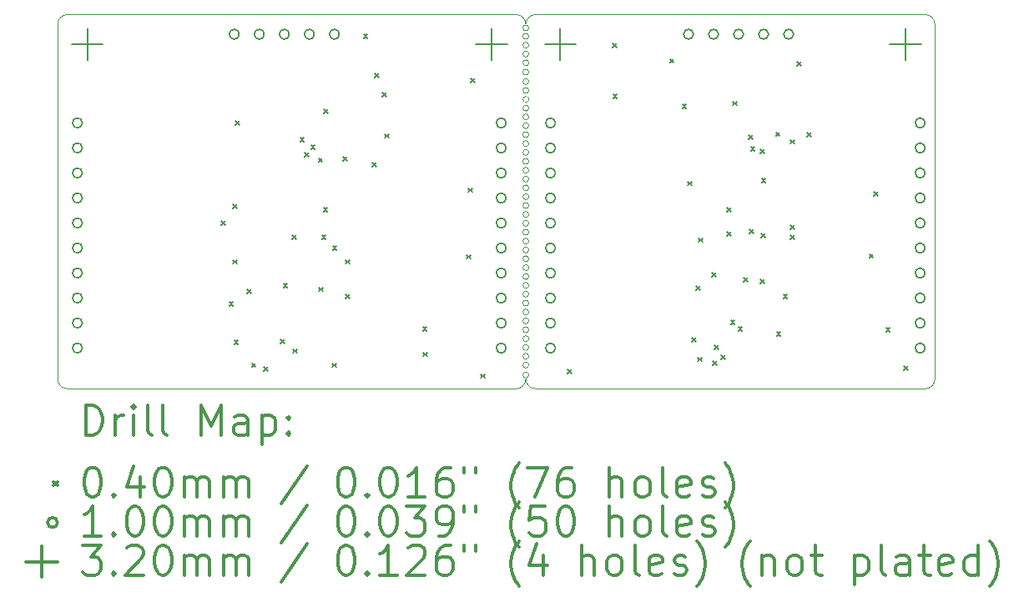
<source format=gbr>
%FSLAX45Y45*%
G04 Gerber Fmt 4.5, Leading zero omitted, Abs format (unit mm)*
G04 Created by KiCad (PCBNEW (5.1.2)-1) date 2025-05-14 22:28:00*
%MOMM*%
%LPD*%
G04 APERTURE LIST*
%ADD10C,0.050000*%
%ADD11C,0.200000*%
%ADD12C,0.300000*%
G04 APERTURE END LIST*
D10*
X14580000Y-12860000D02*
G75*
G03X14580000Y-12860000I-30000J0D01*
G01*
X14580000Y-12760000D02*
G75*
G03X14580000Y-12760000I-30000J0D01*
G01*
X14580000Y-12670000D02*
G75*
G03X14580000Y-12670000I-30000J0D01*
G01*
X14580000Y-12580000D02*
G75*
G03X14580000Y-12580000I-30000J0D01*
G01*
X14580000Y-12490000D02*
G75*
G03X14580000Y-12490000I-30000J0D01*
G01*
X14580000Y-12400000D02*
G75*
G03X14580000Y-12400000I-30000J0D01*
G01*
X14580000Y-12310000D02*
G75*
G03X14580000Y-12310000I-30000J0D01*
G01*
X14580000Y-12220000D02*
G75*
G03X14580000Y-12220000I-30000J0D01*
G01*
X14580000Y-12130000D02*
G75*
G03X14580000Y-12130000I-30000J0D01*
G01*
X14580000Y-12040000D02*
G75*
G03X14580000Y-12040000I-30000J0D01*
G01*
X14580000Y-11950000D02*
G75*
G03X14580000Y-11950000I-30000J0D01*
G01*
X14580000Y-11860000D02*
G75*
G03X14580000Y-11860000I-30000J0D01*
G01*
X14580000Y-11770000D02*
G75*
G03X14580000Y-11770000I-30000J0D01*
G01*
X14580000Y-11680000D02*
G75*
G03X14580000Y-11680000I-30000J0D01*
G01*
X14580000Y-11590000D02*
G75*
G03X14580000Y-11590000I-30000J0D01*
G01*
X14580000Y-11500000D02*
G75*
G03X14580000Y-11500000I-30000J0D01*
G01*
X14580000Y-11410000D02*
G75*
G03X14580000Y-11410000I-30000J0D01*
G01*
X14580000Y-11320000D02*
G75*
G03X14580000Y-11320000I-30000J0D01*
G01*
X14580000Y-11230000D02*
G75*
G03X14580000Y-11230000I-30000J0D01*
G01*
X14580000Y-11140000D02*
G75*
G03X14580000Y-11140000I-30000J0D01*
G01*
X14580000Y-11050000D02*
G75*
G03X14580000Y-11050000I-30000J0D01*
G01*
X14580000Y-10960000D02*
G75*
G03X14580000Y-10960000I-30000J0D01*
G01*
X14580000Y-10870000D02*
G75*
G03X14580000Y-10870000I-30000J0D01*
G01*
X14580000Y-10780000D02*
G75*
G03X14580000Y-10780000I-30000J0D01*
G01*
X14580000Y-10690000D02*
G75*
G03X14580000Y-10690000I-30000J0D01*
G01*
X14580000Y-10600000D02*
G75*
G03X14580000Y-10600000I-30000J0D01*
G01*
X14580000Y-10510000D02*
G75*
G03X14580000Y-10510000I-30000J0D01*
G01*
X14580000Y-10420000D02*
G75*
G03X14580000Y-10420000I-30000J0D01*
G01*
X14580000Y-10330000D02*
G75*
G03X14580000Y-10330000I-30000J0D01*
G01*
X14580000Y-10240000D02*
G75*
G03X14580000Y-10240000I-30000J0D01*
G01*
X14580000Y-10150000D02*
G75*
G03X14580000Y-10150000I-30000J0D01*
G01*
X14580000Y-10060000D02*
G75*
G03X14580000Y-10060000I-30000J0D01*
G01*
X14580000Y-9970000D02*
G75*
G03X14580000Y-9970000I-30000J0D01*
G01*
X14580000Y-9880000D02*
G75*
G03X14580000Y-9880000I-30000J0D01*
G01*
X14580000Y-9785000D02*
G75*
G03X14580000Y-9785000I-30000J0D01*
G01*
X14580000Y-9690000D02*
G75*
G03X14580000Y-9690000I-30000J0D01*
G01*
X14580000Y-9600000D02*
G75*
G03X14580000Y-9600000I-30000J0D01*
G01*
X14580000Y-9510000D02*
G75*
G03X14580000Y-9510000I-30000J0D01*
G01*
X14580000Y-9420000D02*
G75*
G03X14580000Y-9420000I-30000J0D01*
G01*
X14580000Y-9335000D02*
G75*
G03X14580000Y-9335000I-30000J0D01*
G01*
X14650000Y-9200000D02*
X18600000Y-9200000D01*
X14450000Y-9200000D02*
X9900000Y-9200000D01*
X14650000Y-13000000D02*
X18600000Y-13000000D01*
X9900000Y-13000000D02*
X14450000Y-13000000D01*
X18700000Y-12900000D02*
G75*
G02X18600000Y-13000000I-100000J0D01*
G01*
X14650000Y-13000000D02*
G75*
G02X14550000Y-12900000I0J100000D01*
G01*
X14550000Y-12900000D02*
G75*
G02X14450000Y-13000000I-100000J0D01*
G01*
X14450000Y-9200000D02*
G75*
G02X14550000Y-9300000I0J-100000D01*
G01*
X14550000Y-9300000D02*
G75*
G02X14650000Y-9200000I100000J0D01*
G01*
X18600000Y-9200000D02*
G75*
G02X18700000Y-9300000I0J-100000D01*
G01*
X9900000Y-13000000D02*
G75*
G02X9800000Y-12900000I0J100000D01*
G01*
X9800000Y-9300000D02*
G75*
G02X9900000Y-9200000I100000J0D01*
G01*
X9800000Y-12900000D02*
X9800000Y-9300000D01*
X18700000Y-9300000D02*
X18700000Y-12900000D01*
D11*
X11459999Y-11300000D02*
X11499999Y-11340000D01*
X11499999Y-11300000D02*
X11459999Y-11340000D01*
X11539999Y-12120000D02*
X11579999Y-12160000D01*
X11579999Y-12120000D02*
X11539999Y-12160000D01*
X11576900Y-11128140D02*
X11616900Y-11168140D01*
X11616900Y-11128140D02*
X11576900Y-11168140D01*
X11579999Y-11690000D02*
X11619999Y-11730000D01*
X11619999Y-11690000D02*
X11579999Y-11730000D01*
X11590000Y-12510000D02*
X11630000Y-12550000D01*
X11630000Y-12510000D02*
X11590000Y-12550000D01*
X11603760Y-10281680D02*
X11643760Y-10321680D01*
X11643760Y-10281680D02*
X11603760Y-10321680D01*
X11720000Y-11990000D02*
X11760000Y-12030000D01*
X11760000Y-11990000D02*
X11720000Y-12030000D01*
X11770000Y-12740000D02*
X11810000Y-12780000D01*
X11810000Y-12740000D02*
X11770000Y-12780000D01*
X11890000Y-12780000D02*
X11930000Y-12820000D01*
X11930000Y-12780000D02*
X11890000Y-12820000D01*
X12059999Y-12500000D02*
X12099999Y-12540000D01*
X12099999Y-12500000D02*
X12059999Y-12540000D01*
X12089999Y-11930000D02*
X12129999Y-11970000D01*
X12129999Y-11930000D02*
X12089999Y-11970000D01*
X12180000Y-11440000D02*
X12220000Y-11480000D01*
X12220000Y-11440000D02*
X12180000Y-11480000D01*
X12186640Y-12597370D02*
X12226640Y-12637370D01*
X12226640Y-12597370D02*
X12186640Y-12637370D01*
X12259690Y-10451990D02*
X12299690Y-10491990D01*
X12299690Y-10451990D02*
X12259690Y-10491990D01*
X12307330Y-10603760D02*
X12347330Y-10643760D01*
X12347330Y-10603760D02*
X12307330Y-10643760D01*
X12371200Y-10526150D02*
X12411200Y-10566150D01*
X12411200Y-10526150D02*
X12371200Y-10566150D01*
X12445420Y-10657100D02*
X12485420Y-10697100D01*
X12485420Y-10657100D02*
X12445420Y-10697100D01*
X12450000Y-11970000D02*
X12490000Y-12010000D01*
X12490000Y-11970000D02*
X12450000Y-12010000D01*
X12480001Y-11439999D02*
X12520001Y-11479999D01*
X12520001Y-11439999D02*
X12480001Y-11479999D01*
X12496460Y-11161290D02*
X12536460Y-11201290D01*
X12536460Y-11161290D02*
X12496460Y-11201290D01*
X12500110Y-10160260D02*
X12540110Y-10200260D01*
X12540110Y-10160260D02*
X12500110Y-10200260D01*
X12583250Y-12740000D02*
X12623250Y-12780000D01*
X12623250Y-12740000D02*
X12583250Y-12780000D01*
X12589700Y-11551430D02*
X12629700Y-11591430D01*
X12629700Y-11551430D02*
X12589700Y-11591430D01*
X12693660Y-10646160D02*
X12733660Y-10686160D01*
X12733660Y-10646160D02*
X12693660Y-10686160D01*
X12719999Y-12040000D02*
X12759999Y-12080000D01*
X12759999Y-12040000D02*
X12719999Y-12080000D01*
X12723760Y-11691680D02*
X12763760Y-11731680D01*
X12763760Y-11691680D02*
X12723760Y-11731680D01*
X12903760Y-9401680D02*
X12943760Y-9441680D01*
X12943760Y-9401680D02*
X12903760Y-9441680D01*
X12993760Y-10701680D02*
X13033760Y-10741680D01*
X13033760Y-10701680D02*
X12993760Y-10741680D01*
X13019999Y-9800000D02*
X13059999Y-9840000D01*
X13059999Y-9800000D02*
X13019999Y-9840000D01*
X13096760Y-9992450D02*
X13136760Y-10032450D01*
X13136760Y-9992450D02*
X13096760Y-10032450D01*
X13118250Y-10413000D02*
X13158250Y-10453000D01*
X13158250Y-10413000D02*
X13118250Y-10453000D01*
X13503760Y-12371680D02*
X13543760Y-12411680D01*
X13543760Y-12371680D02*
X13503760Y-12411680D01*
X13510000Y-12630000D02*
X13550000Y-12670000D01*
X13550000Y-12630000D02*
X13510000Y-12670000D01*
X13950000Y-11640000D02*
X13990000Y-11680000D01*
X13990000Y-11640000D02*
X13950000Y-11680000D01*
X13963760Y-10961680D02*
X14003760Y-11001680D01*
X14003760Y-10961680D02*
X13963760Y-11001680D01*
X13993760Y-9851680D02*
X14033760Y-9891680D01*
X14033760Y-9851680D02*
X13993760Y-9891680D01*
X14093760Y-12851680D02*
X14133760Y-12891680D01*
X14133760Y-12851680D02*
X14093760Y-12891680D01*
X14973760Y-12801680D02*
X15013760Y-12841680D01*
X15013760Y-12801680D02*
X14973760Y-12841680D01*
X15433760Y-9491680D02*
X15473760Y-9531680D01*
X15473760Y-9491680D02*
X15433760Y-9531680D01*
X15434980Y-10007490D02*
X15474980Y-10047490D01*
X15474980Y-10007490D02*
X15434980Y-10047490D01*
X16009999Y-9650000D02*
X16049999Y-9690000D01*
X16049999Y-9650000D02*
X16009999Y-9690000D01*
X16137550Y-10109880D02*
X16177550Y-10149880D01*
X16177550Y-10109880D02*
X16137550Y-10149880D01*
X16191000Y-10896000D02*
X16231000Y-10936000D01*
X16231000Y-10896000D02*
X16191000Y-10936000D01*
X16233200Y-12479850D02*
X16273200Y-12519850D01*
X16273200Y-12479850D02*
X16233200Y-12519850D01*
X16277414Y-11955384D02*
X16317414Y-11995384D01*
X16317414Y-11955384D02*
X16277414Y-11995384D01*
X16293760Y-12681680D02*
X16333760Y-12721680D01*
X16333760Y-12681680D02*
X16293760Y-12721680D01*
X16299999Y-11470000D02*
X16339999Y-11510000D01*
X16339999Y-11470000D02*
X16299999Y-11510000D01*
X16440000Y-11820002D02*
X16480000Y-11860002D01*
X16480000Y-11820002D02*
X16440000Y-11860002D01*
X16443760Y-12721679D02*
X16483760Y-12761679D01*
X16483760Y-12721679D02*
X16443760Y-12761679D01*
X16460920Y-12561200D02*
X16500920Y-12601200D01*
X16500920Y-12561200D02*
X16460920Y-12601200D01*
X16529999Y-12660000D02*
X16569999Y-12700000D01*
X16569999Y-12660000D02*
X16529999Y-12700000D01*
X16589999Y-11160000D02*
X16629999Y-11200000D01*
X16629999Y-11160000D02*
X16589999Y-11200000D01*
X16590000Y-11410000D02*
X16630000Y-11450000D01*
X16630000Y-11410000D02*
X16590000Y-11450000D01*
X16629530Y-12305640D02*
X16669530Y-12345640D01*
X16669530Y-12305640D02*
X16629530Y-12345640D01*
X16652740Y-10080890D02*
X16692740Y-10120890D01*
X16692740Y-10080890D02*
X16652740Y-10120890D01*
X16705960Y-12373020D02*
X16745960Y-12413020D01*
X16745960Y-12373020D02*
X16705960Y-12413020D01*
X16757260Y-11874490D02*
X16797260Y-11914490D01*
X16797260Y-11874490D02*
X16757260Y-11914490D01*
X16809270Y-10423640D02*
X16849270Y-10463640D01*
X16849270Y-10423640D02*
X16809270Y-10463640D01*
X16819999Y-11380000D02*
X16859999Y-11420000D01*
X16859999Y-11380000D02*
X16819999Y-11420000D01*
X16832501Y-10543323D02*
X16872501Y-10583323D01*
X16872501Y-10543323D02*
X16832501Y-10583323D01*
X16929998Y-11890000D02*
X16969998Y-11930000D01*
X16969998Y-11890000D02*
X16929998Y-11930000D01*
X16931447Y-10569887D02*
X16971447Y-10609887D01*
X16971447Y-10569887D02*
X16931447Y-10609887D01*
X16935000Y-11426890D02*
X16975000Y-11466890D01*
X16975000Y-11426890D02*
X16935000Y-11466890D01*
X16941870Y-10862930D02*
X16981870Y-10902930D01*
X16981870Y-10862930D02*
X16941870Y-10902930D01*
X17086726Y-10394194D02*
X17126726Y-10434194D01*
X17126726Y-10394194D02*
X17086726Y-10434194D01*
X17093760Y-12421680D02*
X17133760Y-12461680D01*
X17133760Y-12421680D02*
X17093760Y-12461680D01*
X17162250Y-12039350D02*
X17202250Y-12079350D01*
X17202250Y-12039350D02*
X17162250Y-12079350D01*
X17233760Y-10471680D02*
X17273760Y-10511680D01*
X17273760Y-10471680D02*
X17233760Y-10511680D01*
X17233780Y-11440510D02*
X17273780Y-11480510D01*
X17273780Y-11440510D02*
X17233780Y-11480510D01*
X17237000Y-11340460D02*
X17277000Y-11380460D01*
X17277000Y-11340460D02*
X17237000Y-11380460D01*
X17303760Y-9681680D02*
X17343760Y-9721680D01*
X17343760Y-9681680D02*
X17303760Y-9721680D01*
X17403760Y-10401680D02*
X17443760Y-10441680D01*
X17443760Y-10401680D02*
X17403760Y-10441680D01*
X18033760Y-11631680D02*
X18073760Y-11671680D01*
X18073760Y-11631680D02*
X18033760Y-11671680D01*
X18081890Y-10998710D02*
X18121890Y-11038710D01*
X18121890Y-10998710D02*
X18081890Y-11038710D01*
X18203760Y-12381680D02*
X18243760Y-12421680D01*
X18243760Y-12381680D02*
X18203760Y-12421680D01*
X18383760Y-12771680D02*
X18423760Y-12811680D01*
X18423760Y-12771680D02*
X18383760Y-12811680D01*
X18600000Y-10300000D02*
G75*
G03X18600000Y-10300000I-50000J0D01*
G01*
X18600000Y-10554000D02*
G75*
G03X18600000Y-10554000I-50000J0D01*
G01*
X18600000Y-10808000D02*
G75*
G03X18600000Y-10808000I-50000J0D01*
G01*
X18600000Y-11062000D02*
G75*
G03X18600000Y-11062000I-50000J0D01*
G01*
X18600000Y-11316000D02*
G75*
G03X18600000Y-11316000I-50000J0D01*
G01*
X18600000Y-11570000D02*
G75*
G03X18600000Y-11570000I-50000J0D01*
G01*
X18600000Y-11824000D02*
G75*
G03X18600000Y-11824000I-50000J0D01*
G01*
X18600000Y-12078000D02*
G75*
G03X18600000Y-12078000I-50000J0D01*
G01*
X18600000Y-12332000D02*
G75*
G03X18600000Y-12332000I-50000J0D01*
G01*
X18600000Y-12586000D02*
G75*
G03X18600000Y-12586000I-50000J0D01*
G01*
X10050000Y-10300000D02*
G75*
G03X10050000Y-10300000I-50000J0D01*
G01*
X10050000Y-10554000D02*
G75*
G03X10050000Y-10554000I-50000J0D01*
G01*
X10050000Y-10808000D02*
G75*
G03X10050000Y-10808000I-50000J0D01*
G01*
X10050000Y-11062000D02*
G75*
G03X10050000Y-11062000I-50000J0D01*
G01*
X10050000Y-11316000D02*
G75*
G03X10050000Y-11316000I-50000J0D01*
G01*
X10050000Y-11570000D02*
G75*
G03X10050000Y-11570000I-50000J0D01*
G01*
X10050000Y-11824000D02*
G75*
G03X10050000Y-11824000I-50000J0D01*
G01*
X10050000Y-12078000D02*
G75*
G03X10050000Y-12078000I-50000J0D01*
G01*
X10050000Y-12332000D02*
G75*
G03X10050000Y-12332000I-50000J0D01*
G01*
X10050000Y-12586000D02*
G75*
G03X10050000Y-12586000I-50000J0D01*
G01*
X11642000Y-9400000D02*
G75*
G03X11642000Y-9400000I-50000J0D01*
G01*
X11896000Y-9400000D02*
G75*
G03X11896000Y-9400000I-50000J0D01*
G01*
X12150000Y-9400000D02*
G75*
G03X12150000Y-9400000I-50000J0D01*
G01*
X12404000Y-9400000D02*
G75*
G03X12404000Y-9400000I-50000J0D01*
G01*
X12658000Y-9400000D02*
G75*
G03X12658000Y-9400000I-50000J0D01*
G01*
X14850000Y-10300000D02*
G75*
G03X14850000Y-10300000I-50000J0D01*
G01*
X14850000Y-10554000D02*
G75*
G03X14850000Y-10554000I-50000J0D01*
G01*
X14850000Y-10808000D02*
G75*
G03X14850000Y-10808000I-50000J0D01*
G01*
X14850000Y-11062000D02*
G75*
G03X14850000Y-11062000I-50000J0D01*
G01*
X14850000Y-11316000D02*
G75*
G03X14850000Y-11316000I-50000J0D01*
G01*
X14850000Y-11570000D02*
G75*
G03X14850000Y-11570000I-50000J0D01*
G01*
X14850000Y-11824000D02*
G75*
G03X14850000Y-11824000I-50000J0D01*
G01*
X14850000Y-12078000D02*
G75*
G03X14850000Y-12078000I-50000J0D01*
G01*
X14850000Y-12332000D02*
G75*
G03X14850000Y-12332000I-50000J0D01*
G01*
X14850000Y-12586000D02*
G75*
G03X14850000Y-12586000I-50000J0D01*
G01*
X14350000Y-10300000D02*
G75*
G03X14350000Y-10300000I-50000J0D01*
G01*
X14350000Y-10554000D02*
G75*
G03X14350000Y-10554000I-50000J0D01*
G01*
X14350000Y-10808000D02*
G75*
G03X14350000Y-10808000I-50000J0D01*
G01*
X14350000Y-11062000D02*
G75*
G03X14350000Y-11062000I-50000J0D01*
G01*
X14350000Y-11316000D02*
G75*
G03X14350000Y-11316000I-50000J0D01*
G01*
X14350000Y-11570000D02*
G75*
G03X14350000Y-11570000I-50000J0D01*
G01*
X14350000Y-11824000D02*
G75*
G03X14350000Y-11824000I-50000J0D01*
G01*
X14350000Y-12078000D02*
G75*
G03X14350000Y-12078000I-50000J0D01*
G01*
X14350000Y-12332000D02*
G75*
G03X14350000Y-12332000I-50000J0D01*
G01*
X14350000Y-12586000D02*
G75*
G03X14350000Y-12586000I-50000J0D01*
G01*
X16250000Y-9400000D02*
G75*
G03X16250000Y-9400000I-50000J0D01*
G01*
X16504000Y-9400000D02*
G75*
G03X16504000Y-9400000I-50000J0D01*
G01*
X16758000Y-9400000D02*
G75*
G03X16758000Y-9400000I-50000J0D01*
G01*
X17012000Y-9400000D02*
G75*
G03X17012000Y-9400000I-50000J0D01*
G01*
X17266000Y-9400000D02*
G75*
G03X17266000Y-9400000I-50000J0D01*
G01*
X10100000Y-9340000D02*
X10100000Y-9660000D01*
X9940000Y-9500000D02*
X10260000Y-9500000D01*
X14900000Y-9340000D02*
X14900000Y-9660000D01*
X14740000Y-9500000D02*
X15060000Y-9500000D01*
X18400000Y-9340000D02*
X18400000Y-9660000D01*
X18240000Y-9500000D02*
X18560000Y-9500000D01*
X14200000Y-9340000D02*
X14200000Y-9660000D01*
X14040000Y-9500000D02*
X14360000Y-9500000D01*
D12*
X10083928Y-13468214D02*
X10083928Y-13168214D01*
X10155357Y-13168214D01*
X10198214Y-13182500D01*
X10226786Y-13211071D01*
X10241071Y-13239643D01*
X10255357Y-13296786D01*
X10255357Y-13339643D01*
X10241071Y-13396786D01*
X10226786Y-13425357D01*
X10198214Y-13453929D01*
X10155357Y-13468214D01*
X10083928Y-13468214D01*
X10383928Y-13468214D02*
X10383928Y-13268214D01*
X10383928Y-13325357D02*
X10398214Y-13296786D01*
X10412500Y-13282500D01*
X10441071Y-13268214D01*
X10469643Y-13268214D01*
X10569643Y-13468214D02*
X10569643Y-13268214D01*
X10569643Y-13168214D02*
X10555357Y-13182500D01*
X10569643Y-13196786D01*
X10583928Y-13182500D01*
X10569643Y-13168214D01*
X10569643Y-13196786D01*
X10755357Y-13468214D02*
X10726786Y-13453929D01*
X10712500Y-13425357D01*
X10712500Y-13168214D01*
X10912500Y-13468214D02*
X10883928Y-13453929D01*
X10869643Y-13425357D01*
X10869643Y-13168214D01*
X11255357Y-13468214D02*
X11255357Y-13168214D01*
X11355357Y-13382500D01*
X11455357Y-13168214D01*
X11455357Y-13468214D01*
X11726786Y-13468214D02*
X11726786Y-13311071D01*
X11712500Y-13282500D01*
X11683928Y-13268214D01*
X11626786Y-13268214D01*
X11598214Y-13282500D01*
X11726786Y-13453929D02*
X11698214Y-13468214D01*
X11626786Y-13468214D01*
X11598214Y-13453929D01*
X11583928Y-13425357D01*
X11583928Y-13396786D01*
X11598214Y-13368214D01*
X11626786Y-13353929D01*
X11698214Y-13353929D01*
X11726786Y-13339643D01*
X11869643Y-13268214D02*
X11869643Y-13568214D01*
X11869643Y-13282500D02*
X11898214Y-13268214D01*
X11955357Y-13268214D01*
X11983928Y-13282500D01*
X11998214Y-13296786D01*
X12012500Y-13325357D01*
X12012500Y-13411071D01*
X11998214Y-13439643D01*
X11983928Y-13453929D01*
X11955357Y-13468214D01*
X11898214Y-13468214D01*
X11869643Y-13453929D01*
X12141071Y-13439643D02*
X12155357Y-13453929D01*
X12141071Y-13468214D01*
X12126786Y-13453929D01*
X12141071Y-13439643D01*
X12141071Y-13468214D01*
X12141071Y-13282500D02*
X12155357Y-13296786D01*
X12141071Y-13311071D01*
X12126786Y-13296786D01*
X12141071Y-13282500D01*
X12141071Y-13311071D01*
X9757500Y-13942500D02*
X9797500Y-13982500D01*
X9797500Y-13942500D02*
X9757500Y-13982500D01*
X10141071Y-13798214D02*
X10169643Y-13798214D01*
X10198214Y-13812500D01*
X10212500Y-13826786D01*
X10226786Y-13855357D01*
X10241071Y-13912500D01*
X10241071Y-13983929D01*
X10226786Y-14041071D01*
X10212500Y-14069643D01*
X10198214Y-14083929D01*
X10169643Y-14098214D01*
X10141071Y-14098214D01*
X10112500Y-14083929D01*
X10098214Y-14069643D01*
X10083928Y-14041071D01*
X10069643Y-13983929D01*
X10069643Y-13912500D01*
X10083928Y-13855357D01*
X10098214Y-13826786D01*
X10112500Y-13812500D01*
X10141071Y-13798214D01*
X10369643Y-14069643D02*
X10383928Y-14083929D01*
X10369643Y-14098214D01*
X10355357Y-14083929D01*
X10369643Y-14069643D01*
X10369643Y-14098214D01*
X10641071Y-13898214D02*
X10641071Y-14098214D01*
X10569643Y-13783929D02*
X10498214Y-13998214D01*
X10683928Y-13998214D01*
X10855357Y-13798214D02*
X10883928Y-13798214D01*
X10912500Y-13812500D01*
X10926786Y-13826786D01*
X10941071Y-13855357D01*
X10955357Y-13912500D01*
X10955357Y-13983929D01*
X10941071Y-14041071D01*
X10926786Y-14069643D01*
X10912500Y-14083929D01*
X10883928Y-14098214D01*
X10855357Y-14098214D01*
X10826786Y-14083929D01*
X10812500Y-14069643D01*
X10798214Y-14041071D01*
X10783928Y-13983929D01*
X10783928Y-13912500D01*
X10798214Y-13855357D01*
X10812500Y-13826786D01*
X10826786Y-13812500D01*
X10855357Y-13798214D01*
X11083928Y-14098214D02*
X11083928Y-13898214D01*
X11083928Y-13926786D02*
X11098214Y-13912500D01*
X11126786Y-13898214D01*
X11169643Y-13898214D01*
X11198214Y-13912500D01*
X11212500Y-13941071D01*
X11212500Y-14098214D01*
X11212500Y-13941071D02*
X11226786Y-13912500D01*
X11255357Y-13898214D01*
X11298214Y-13898214D01*
X11326786Y-13912500D01*
X11341071Y-13941071D01*
X11341071Y-14098214D01*
X11483928Y-14098214D02*
X11483928Y-13898214D01*
X11483928Y-13926786D02*
X11498214Y-13912500D01*
X11526786Y-13898214D01*
X11569643Y-13898214D01*
X11598214Y-13912500D01*
X11612500Y-13941071D01*
X11612500Y-14098214D01*
X11612500Y-13941071D02*
X11626786Y-13912500D01*
X11655357Y-13898214D01*
X11698214Y-13898214D01*
X11726786Y-13912500D01*
X11741071Y-13941071D01*
X11741071Y-14098214D01*
X12326786Y-13783929D02*
X12069643Y-14169643D01*
X12712500Y-13798214D02*
X12741071Y-13798214D01*
X12769643Y-13812500D01*
X12783928Y-13826786D01*
X12798214Y-13855357D01*
X12812500Y-13912500D01*
X12812500Y-13983929D01*
X12798214Y-14041071D01*
X12783928Y-14069643D01*
X12769643Y-14083929D01*
X12741071Y-14098214D01*
X12712500Y-14098214D01*
X12683928Y-14083929D01*
X12669643Y-14069643D01*
X12655357Y-14041071D01*
X12641071Y-13983929D01*
X12641071Y-13912500D01*
X12655357Y-13855357D01*
X12669643Y-13826786D01*
X12683928Y-13812500D01*
X12712500Y-13798214D01*
X12941071Y-14069643D02*
X12955357Y-14083929D01*
X12941071Y-14098214D01*
X12926786Y-14083929D01*
X12941071Y-14069643D01*
X12941071Y-14098214D01*
X13141071Y-13798214D02*
X13169643Y-13798214D01*
X13198214Y-13812500D01*
X13212500Y-13826786D01*
X13226786Y-13855357D01*
X13241071Y-13912500D01*
X13241071Y-13983929D01*
X13226786Y-14041071D01*
X13212500Y-14069643D01*
X13198214Y-14083929D01*
X13169643Y-14098214D01*
X13141071Y-14098214D01*
X13112500Y-14083929D01*
X13098214Y-14069643D01*
X13083928Y-14041071D01*
X13069643Y-13983929D01*
X13069643Y-13912500D01*
X13083928Y-13855357D01*
X13098214Y-13826786D01*
X13112500Y-13812500D01*
X13141071Y-13798214D01*
X13526786Y-14098214D02*
X13355357Y-14098214D01*
X13441071Y-14098214D02*
X13441071Y-13798214D01*
X13412500Y-13841071D01*
X13383928Y-13869643D01*
X13355357Y-13883929D01*
X13783928Y-13798214D02*
X13726786Y-13798214D01*
X13698214Y-13812500D01*
X13683928Y-13826786D01*
X13655357Y-13869643D01*
X13641071Y-13926786D01*
X13641071Y-14041071D01*
X13655357Y-14069643D01*
X13669643Y-14083929D01*
X13698214Y-14098214D01*
X13755357Y-14098214D01*
X13783928Y-14083929D01*
X13798214Y-14069643D01*
X13812500Y-14041071D01*
X13812500Y-13969643D01*
X13798214Y-13941071D01*
X13783928Y-13926786D01*
X13755357Y-13912500D01*
X13698214Y-13912500D01*
X13669643Y-13926786D01*
X13655357Y-13941071D01*
X13641071Y-13969643D01*
X13926786Y-13798214D02*
X13926786Y-13855357D01*
X14041071Y-13798214D02*
X14041071Y-13855357D01*
X14483928Y-14212500D02*
X14469643Y-14198214D01*
X14441071Y-14155357D01*
X14426786Y-14126786D01*
X14412500Y-14083929D01*
X14398214Y-14012500D01*
X14398214Y-13955357D01*
X14412500Y-13883929D01*
X14426786Y-13841071D01*
X14441071Y-13812500D01*
X14469643Y-13769643D01*
X14483928Y-13755357D01*
X14569643Y-13798214D02*
X14769643Y-13798214D01*
X14641071Y-14098214D01*
X15012500Y-13798214D02*
X14955357Y-13798214D01*
X14926786Y-13812500D01*
X14912500Y-13826786D01*
X14883928Y-13869643D01*
X14869643Y-13926786D01*
X14869643Y-14041071D01*
X14883928Y-14069643D01*
X14898214Y-14083929D01*
X14926786Y-14098214D01*
X14983928Y-14098214D01*
X15012500Y-14083929D01*
X15026786Y-14069643D01*
X15041071Y-14041071D01*
X15041071Y-13969643D01*
X15026786Y-13941071D01*
X15012500Y-13926786D01*
X14983928Y-13912500D01*
X14926786Y-13912500D01*
X14898214Y-13926786D01*
X14883928Y-13941071D01*
X14869643Y-13969643D01*
X15398214Y-14098214D02*
X15398214Y-13798214D01*
X15526786Y-14098214D02*
X15526786Y-13941071D01*
X15512500Y-13912500D01*
X15483928Y-13898214D01*
X15441071Y-13898214D01*
X15412500Y-13912500D01*
X15398214Y-13926786D01*
X15712500Y-14098214D02*
X15683928Y-14083929D01*
X15669643Y-14069643D01*
X15655357Y-14041071D01*
X15655357Y-13955357D01*
X15669643Y-13926786D01*
X15683928Y-13912500D01*
X15712500Y-13898214D01*
X15755357Y-13898214D01*
X15783928Y-13912500D01*
X15798214Y-13926786D01*
X15812500Y-13955357D01*
X15812500Y-14041071D01*
X15798214Y-14069643D01*
X15783928Y-14083929D01*
X15755357Y-14098214D01*
X15712500Y-14098214D01*
X15983928Y-14098214D02*
X15955357Y-14083929D01*
X15941071Y-14055357D01*
X15941071Y-13798214D01*
X16212500Y-14083929D02*
X16183928Y-14098214D01*
X16126786Y-14098214D01*
X16098214Y-14083929D01*
X16083928Y-14055357D01*
X16083928Y-13941071D01*
X16098214Y-13912500D01*
X16126786Y-13898214D01*
X16183928Y-13898214D01*
X16212500Y-13912500D01*
X16226786Y-13941071D01*
X16226786Y-13969643D01*
X16083928Y-13998214D01*
X16341071Y-14083929D02*
X16369643Y-14098214D01*
X16426786Y-14098214D01*
X16455357Y-14083929D01*
X16469643Y-14055357D01*
X16469643Y-14041071D01*
X16455357Y-14012500D01*
X16426786Y-13998214D01*
X16383928Y-13998214D01*
X16355357Y-13983929D01*
X16341071Y-13955357D01*
X16341071Y-13941071D01*
X16355357Y-13912500D01*
X16383928Y-13898214D01*
X16426786Y-13898214D01*
X16455357Y-13912500D01*
X16569643Y-14212500D02*
X16583928Y-14198214D01*
X16612500Y-14155357D01*
X16626786Y-14126786D01*
X16641071Y-14083929D01*
X16655357Y-14012500D01*
X16655357Y-13955357D01*
X16641071Y-13883929D01*
X16626786Y-13841071D01*
X16612500Y-13812500D01*
X16583928Y-13769643D01*
X16569643Y-13755357D01*
X9797500Y-14358500D02*
G75*
G03X9797500Y-14358500I-50000J0D01*
G01*
X10241071Y-14494214D02*
X10069643Y-14494214D01*
X10155357Y-14494214D02*
X10155357Y-14194214D01*
X10126786Y-14237071D01*
X10098214Y-14265643D01*
X10069643Y-14279929D01*
X10369643Y-14465643D02*
X10383928Y-14479929D01*
X10369643Y-14494214D01*
X10355357Y-14479929D01*
X10369643Y-14465643D01*
X10369643Y-14494214D01*
X10569643Y-14194214D02*
X10598214Y-14194214D01*
X10626786Y-14208500D01*
X10641071Y-14222786D01*
X10655357Y-14251357D01*
X10669643Y-14308500D01*
X10669643Y-14379929D01*
X10655357Y-14437071D01*
X10641071Y-14465643D01*
X10626786Y-14479929D01*
X10598214Y-14494214D01*
X10569643Y-14494214D01*
X10541071Y-14479929D01*
X10526786Y-14465643D01*
X10512500Y-14437071D01*
X10498214Y-14379929D01*
X10498214Y-14308500D01*
X10512500Y-14251357D01*
X10526786Y-14222786D01*
X10541071Y-14208500D01*
X10569643Y-14194214D01*
X10855357Y-14194214D02*
X10883928Y-14194214D01*
X10912500Y-14208500D01*
X10926786Y-14222786D01*
X10941071Y-14251357D01*
X10955357Y-14308500D01*
X10955357Y-14379929D01*
X10941071Y-14437071D01*
X10926786Y-14465643D01*
X10912500Y-14479929D01*
X10883928Y-14494214D01*
X10855357Y-14494214D01*
X10826786Y-14479929D01*
X10812500Y-14465643D01*
X10798214Y-14437071D01*
X10783928Y-14379929D01*
X10783928Y-14308500D01*
X10798214Y-14251357D01*
X10812500Y-14222786D01*
X10826786Y-14208500D01*
X10855357Y-14194214D01*
X11083928Y-14494214D02*
X11083928Y-14294214D01*
X11083928Y-14322786D02*
X11098214Y-14308500D01*
X11126786Y-14294214D01*
X11169643Y-14294214D01*
X11198214Y-14308500D01*
X11212500Y-14337071D01*
X11212500Y-14494214D01*
X11212500Y-14337071D02*
X11226786Y-14308500D01*
X11255357Y-14294214D01*
X11298214Y-14294214D01*
X11326786Y-14308500D01*
X11341071Y-14337071D01*
X11341071Y-14494214D01*
X11483928Y-14494214D02*
X11483928Y-14294214D01*
X11483928Y-14322786D02*
X11498214Y-14308500D01*
X11526786Y-14294214D01*
X11569643Y-14294214D01*
X11598214Y-14308500D01*
X11612500Y-14337071D01*
X11612500Y-14494214D01*
X11612500Y-14337071D02*
X11626786Y-14308500D01*
X11655357Y-14294214D01*
X11698214Y-14294214D01*
X11726786Y-14308500D01*
X11741071Y-14337071D01*
X11741071Y-14494214D01*
X12326786Y-14179929D02*
X12069643Y-14565643D01*
X12712500Y-14194214D02*
X12741071Y-14194214D01*
X12769643Y-14208500D01*
X12783928Y-14222786D01*
X12798214Y-14251357D01*
X12812500Y-14308500D01*
X12812500Y-14379929D01*
X12798214Y-14437071D01*
X12783928Y-14465643D01*
X12769643Y-14479929D01*
X12741071Y-14494214D01*
X12712500Y-14494214D01*
X12683928Y-14479929D01*
X12669643Y-14465643D01*
X12655357Y-14437071D01*
X12641071Y-14379929D01*
X12641071Y-14308500D01*
X12655357Y-14251357D01*
X12669643Y-14222786D01*
X12683928Y-14208500D01*
X12712500Y-14194214D01*
X12941071Y-14465643D02*
X12955357Y-14479929D01*
X12941071Y-14494214D01*
X12926786Y-14479929D01*
X12941071Y-14465643D01*
X12941071Y-14494214D01*
X13141071Y-14194214D02*
X13169643Y-14194214D01*
X13198214Y-14208500D01*
X13212500Y-14222786D01*
X13226786Y-14251357D01*
X13241071Y-14308500D01*
X13241071Y-14379929D01*
X13226786Y-14437071D01*
X13212500Y-14465643D01*
X13198214Y-14479929D01*
X13169643Y-14494214D01*
X13141071Y-14494214D01*
X13112500Y-14479929D01*
X13098214Y-14465643D01*
X13083928Y-14437071D01*
X13069643Y-14379929D01*
X13069643Y-14308500D01*
X13083928Y-14251357D01*
X13098214Y-14222786D01*
X13112500Y-14208500D01*
X13141071Y-14194214D01*
X13341071Y-14194214D02*
X13526786Y-14194214D01*
X13426786Y-14308500D01*
X13469643Y-14308500D01*
X13498214Y-14322786D01*
X13512500Y-14337071D01*
X13526786Y-14365643D01*
X13526786Y-14437071D01*
X13512500Y-14465643D01*
X13498214Y-14479929D01*
X13469643Y-14494214D01*
X13383928Y-14494214D01*
X13355357Y-14479929D01*
X13341071Y-14465643D01*
X13669643Y-14494214D02*
X13726786Y-14494214D01*
X13755357Y-14479929D01*
X13769643Y-14465643D01*
X13798214Y-14422786D01*
X13812500Y-14365643D01*
X13812500Y-14251357D01*
X13798214Y-14222786D01*
X13783928Y-14208500D01*
X13755357Y-14194214D01*
X13698214Y-14194214D01*
X13669643Y-14208500D01*
X13655357Y-14222786D01*
X13641071Y-14251357D01*
X13641071Y-14322786D01*
X13655357Y-14351357D01*
X13669643Y-14365643D01*
X13698214Y-14379929D01*
X13755357Y-14379929D01*
X13783928Y-14365643D01*
X13798214Y-14351357D01*
X13812500Y-14322786D01*
X13926786Y-14194214D02*
X13926786Y-14251357D01*
X14041071Y-14194214D02*
X14041071Y-14251357D01*
X14483928Y-14608500D02*
X14469643Y-14594214D01*
X14441071Y-14551357D01*
X14426786Y-14522786D01*
X14412500Y-14479929D01*
X14398214Y-14408500D01*
X14398214Y-14351357D01*
X14412500Y-14279929D01*
X14426786Y-14237071D01*
X14441071Y-14208500D01*
X14469643Y-14165643D01*
X14483928Y-14151357D01*
X14741071Y-14194214D02*
X14598214Y-14194214D01*
X14583928Y-14337071D01*
X14598214Y-14322786D01*
X14626786Y-14308500D01*
X14698214Y-14308500D01*
X14726786Y-14322786D01*
X14741071Y-14337071D01*
X14755357Y-14365643D01*
X14755357Y-14437071D01*
X14741071Y-14465643D01*
X14726786Y-14479929D01*
X14698214Y-14494214D01*
X14626786Y-14494214D01*
X14598214Y-14479929D01*
X14583928Y-14465643D01*
X14941071Y-14194214D02*
X14969643Y-14194214D01*
X14998214Y-14208500D01*
X15012500Y-14222786D01*
X15026786Y-14251357D01*
X15041071Y-14308500D01*
X15041071Y-14379929D01*
X15026786Y-14437071D01*
X15012500Y-14465643D01*
X14998214Y-14479929D01*
X14969643Y-14494214D01*
X14941071Y-14494214D01*
X14912500Y-14479929D01*
X14898214Y-14465643D01*
X14883928Y-14437071D01*
X14869643Y-14379929D01*
X14869643Y-14308500D01*
X14883928Y-14251357D01*
X14898214Y-14222786D01*
X14912500Y-14208500D01*
X14941071Y-14194214D01*
X15398214Y-14494214D02*
X15398214Y-14194214D01*
X15526786Y-14494214D02*
X15526786Y-14337071D01*
X15512500Y-14308500D01*
X15483928Y-14294214D01*
X15441071Y-14294214D01*
X15412500Y-14308500D01*
X15398214Y-14322786D01*
X15712500Y-14494214D02*
X15683928Y-14479929D01*
X15669643Y-14465643D01*
X15655357Y-14437071D01*
X15655357Y-14351357D01*
X15669643Y-14322786D01*
X15683928Y-14308500D01*
X15712500Y-14294214D01*
X15755357Y-14294214D01*
X15783928Y-14308500D01*
X15798214Y-14322786D01*
X15812500Y-14351357D01*
X15812500Y-14437071D01*
X15798214Y-14465643D01*
X15783928Y-14479929D01*
X15755357Y-14494214D01*
X15712500Y-14494214D01*
X15983928Y-14494214D02*
X15955357Y-14479929D01*
X15941071Y-14451357D01*
X15941071Y-14194214D01*
X16212500Y-14479929D02*
X16183928Y-14494214D01*
X16126786Y-14494214D01*
X16098214Y-14479929D01*
X16083928Y-14451357D01*
X16083928Y-14337071D01*
X16098214Y-14308500D01*
X16126786Y-14294214D01*
X16183928Y-14294214D01*
X16212500Y-14308500D01*
X16226786Y-14337071D01*
X16226786Y-14365643D01*
X16083928Y-14394214D01*
X16341071Y-14479929D02*
X16369643Y-14494214D01*
X16426786Y-14494214D01*
X16455357Y-14479929D01*
X16469643Y-14451357D01*
X16469643Y-14437071D01*
X16455357Y-14408500D01*
X16426786Y-14394214D01*
X16383928Y-14394214D01*
X16355357Y-14379929D01*
X16341071Y-14351357D01*
X16341071Y-14337071D01*
X16355357Y-14308500D01*
X16383928Y-14294214D01*
X16426786Y-14294214D01*
X16455357Y-14308500D01*
X16569643Y-14608500D02*
X16583928Y-14594214D01*
X16612500Y-14551357D01*
X16626786Y-14522786D01*
X16641071Y-14479929D01*
X16655357Y-14408500D01*
X16655357Y-14351357D01*
X16641071Y-14279929D01*
X16626786Y-14237071D01*
X16612500Y-14208500D01*
X16583928Y-14165643D01*
X16569643Y-14151357D01*
X9637500Y-14594500D02*
X9637500Y-14914500D01*
X9477500Y-14754500D02*
X9797500Y-14754500D01*
X10055357Y-14590214D02*
X10241071Y-14590214D01*
X10141071Y-14704500D01*
X10183928Y-14704500D01*
X10212500Y-14718786D01*
X10226786Y-14733071D01*
X10241071Y-14761643D01*
X10241071Y-14833071D01*
X10226786Y-14861643D01*
X10212500Y-14875929D01*
X10183928Y-14890214D01*
X10098214Y-14890214D01*
X10069643Y-14875929D01*
X10055357Y-14861643D01*
X10369643Y-14861643D02*
X10383928Y-14875929D01*
X10369643Y-14890214D01*
X10355357Y-14875929D01*
X10369643Y-14861643D01*
X10369643Y-14890214D01*
X10498214Y-14618786D02*
X10512500Y-14604500D01*
X10541071Y-14590214D01*
X10612500Y-14590214D01*
X10641071Y-14604500D01*
X10655357Y-14618786D01*
X10669643Y-14647357D01*
X10669643Y-14675929D01*
X10655357Y-14718786D01*
X10483928Y-14890214D01*
X10669643Y-14890214D01*
X10855357Y-14590214D02*
X10883928Y-14590214D01*
X10912500Y-14604500D01*
X10926786Y-14618786D01*
X10941071Y-14647357D01*
X10955357Y-14704500D01*
X10955357Y-14775929D01*
X10941071Y-14833071D01*
X10926786Y-14861643D01*
X10912500Y-14875929D01*
X10883928Y-14890214D01*
X10855357Y-14890214D01*
X10826786Y-14875929D01*
X10812500Y-14861643D01*
X10798214Y-14833071D01*
X10783928Y-14775929D01*
X10783928Y-14704500D01*
X10798214Y-14647357D01*
X10812500Y-14618786D01*
X10826786Y-14604500D01*
X10855357Y-14590214D01*
X11083928Y-14890214D02*
X11083928Y-14690214D01*
X11083928Y-14718786D02*
X11098214Y-14704500D01*
X11126786Y-14690214D01*
X11169643Y-14690214D01*
X11198214Y-14704500D01*
X11212500Y-14733071D01*
X11212500Y-14890214D01*
X11212500Y-14733071D02*
X11226786Y-14704500D01*
X11255357Y-14690214D01*
X11298214Y-14690214D01*
X11326786Y-14704500D01*
X11341071Y-14733071D01*
X11341071Y-14890214D01*
X11483928Y-14890214D02*
X11483928Y-14690214D01*
X11483928Y-14718786D02*
X11498214Y-14704500D01*
X11526786Y-14690214D01*
X11569643Y-14690214D01*
X11598214Y-14704500D01*
X11612500Y-14733071D01*
X11612500Y-14890214D01*
X11612500Y-14733071D02*
X11626786Y-14704500D01*
X11655357Y-14690214D01*
X11698214Y-14690214D01*
X11726786Y-14704500D01*
X11741071Y-14733071D01*
X11741071Y-14890214D01*
X12326786Y-14575929D02*
X12069643Y-14961643D01*
X12712500Y-14590214D02*
X12741071Y-14590214D01*
X12769643Y-14604500D01*
X12783928Y-14618786D01*
X12798214Y-14647357D01*
X12812500Y-14704500D01*
X12812500Y-14775929D01*
X12798214Y-14833071D01*
X12783928Y-14861643D01*
X12769643Y-14875929D01*
X12741071Y-14890214D01*
X12712500Y-14890214D01*
X12683928Y-14875929D01*
X12669643Y-14861643D01*
X12655357Y-14833071D01*
X12641071Y-14775929D01*
X12641071Y-14704500D01*
X12655357Y-14647357D01*
X12669643Y-14618786D01*
X12683928Y-14604500D01*
X12712500Y-14590214D01*
X12941071Y-14861643D02*
X12955357Y-14875929D01*
X12941071Y-14890214D01*
X12926786Y-14875929D01*
X12941071Y-14861643D01*
X12941071Y-14890214D01*
X13241071Y-14890214D02*
X13069643Y-14890214D01*
X13155357Y-14890214D02*
X13155357Y-14590214D01*
X13126786Y-14633071D01*
X13098214Y-14661643D01*
X13069643Y-14675929D01*
X13355357Y-14618786D02*
X13369643Y-14604500D01*
X13398214Y-14590214D01*
X13469643Y-14590214D01*
X13498214Y-14604500D01*
X13512500Y-14618786D01*
X13526786Y-14647357D01*
X13526786Y-14675929D01*
X13512500Y-14718786D01*
X13341071Y-14890214D01*
X13526786Y-14890214D01*
X13783928Y-14590214D02*
X13726786Y-14590214D01*
X13698214Y-14604500D01*
X13683928Y-14618786D01*
X13655357Y-14661643D01*
X13641071Y-14718786D01*
X13641071Y-14833071D01*
X13655357Y-14861643D01*
X13669643Y-14875929D01*
X13698214Y-14890214D01*
X13755357Y-14890214D01*
X13783928Y-14875929D01*
X13798214Y-14861643D01*
X13812500Y-14833071D01*
X13812500Y-14761643D01*
X13798214Y-14733071D01*
X13783928Y-14718786D01*
X13755357Y-14704500D01*
X13698214Y-14704500D01*
X13669643Y-14718786D01*
X13655357Y-14733071D01*
X13641071Y-14761643D01*
X13926786Y-14590214D02*
X13926786Y-14647357D01*
X14041071Y-14590214D02*
X14041071Y-14647357D01*
X14483928Y-15004500D02*
X14469643Y-14990214D01*
X14441071Y-14947357D01*
X14426786Y-14918786D01*
X14412500Y-14875929D01*
X14398214Y-14804500D01*
X14398214Y-14747357D01*
X14412500Y-14675929D01*
X14426786Y-14633071D01*
X14441071Y-14604500D01*
X14469643Y-14561643D01*
X14483928Y-14547357D01*
X14726786Y-14690214D02*
X14726786Y-14890214D01*
X14655357Y-14575929D02*
X14583928Y-14790214D01*
X14769643Y-14790214D01*
X15112500Y-14890214D02*
X15112500Y-14590214D01*
X15241071Y-14890214D02*
X15241071Y-14733071D01*
X15226786Y-14704500D01*
X15198214Y-14690214D01*
X15155357Y-14690214D01*
X15126786Y-14704500D01*
X15112500Y-14718786D01*
X15426786Y-14890214D02*
X15398214Y-14875929D01*
X15383928Y-14861643D01*
X15369643Y-14833071D01*
X15369643Y-14747357D01*
X15383928Y-14718786D01*
X15398214Y-14704500D01*
X15426786Y-14690214D01*
X15469643Y-14690214D01*
X15498214Y-14704500D01*
X15512500Y-14718786D01*
X15526786Y-14747357D01*
X15526786Y-14833071D01*
X15512500Y-14861643D01*
X15498214Y-14875929D01*
X15469643Y-14890214D01*
X15426786Y-14890214D01*
X15698214Y-14890214D02*
X15669643Y-14875929D01*
X15655357Y-14847357D01*
X15655357Y-14590214D01*
X15926786Y-14875929D02*
X15898214Y-14890214D01*
X15841071Y-14890214D01*
X15812500Y-14875929D01*
X15798214Y-14847357D01*
X15798214Y-14733071D01*
X15812500Y-14704500D01*
X15841071Y-14690214D01*
X15898214Y-14690214D01*
X15926786Y-14704500D01*
X15941071Y-14733071D01*
X15941071Y-14761643D01*
X15798214Y-14790214D01*
X16055357Y-14875929D02*
X16083928Y-14890214D01*
X16141071Y-14890214D01*
X16169643Y-14875929D01*
X16183928Y-14847357D01*
X16183928Y-14833071D01*
X16169643Y-14804500D01*
X16141071Y-14790214D01*
X16098214Y-14790214D01*
X16069643Y-14775929D01*
X16055357Y-14747357D01*
X16055357Y-14733071D01*
X16069643Y-14704500D01*
X16098214Y-14690214D01*
X16141071Y-14690214D01*
X16169643Y-14704500D01*
X16283928Y-15004500D02*
X16298214Y-14990214D01*
X16326786Y-14947357D01*
X16341071Y-14918786D01*
X16355357Y-14875929D01*
X16369643Y-14804500D01*
X16369643Y-14747357D01*
X16355357Y-14675929D01*
X16341071Y-14633071D01*
X16326786Y-14604500D01*
X16298214Y-14561643D01*
X16283928Y-14547357D01*
X16826786Y-15004500D02*
X16812500Y-14990214D01*
X16783928Y-14947357D01*
X16769643Y-14918786D01*
X16755357Y-14875929D01*
X16741071Y-14804500D01*
X16741071Y-14747357D01*
X16755357Y-14675929D01*
X16769643Y-14633071D01*
X16783928Y-14604500D01*
X16812500Y-14561643D01*
X16826786Y-14547357D01*
X16941071Y-14690214D02*
X16941071Y-14890214D01*
X16941071Y-14718786D02*
X16955357Y-14704500D01*
X16983928Y-14690214D01*
X17026786Y-14690214D01*
X17055357Y-14704500D01*
X17069643Y-14733071D01*
X17069643Y-14890214D01*
X17255357Y-14890214D02*
X17226786Y-14875929D01*
X17212500Y-14861643D01*
X17198214Y-14833071D01*
X17198214Y-14747357D01*
X17212500Y-14718786D01*
X17226786Y-14704500D01*
X17255357Y-14690214D01*
X17298214Y-14690214D01*
X17326786Y-14704500D01*
X17341071Y-14718786D01*
X17355357Y-14747357D01*
X17355357Y-14833071D01*
X17341071Y-14861643D01*
X17326786Y-14875929D01*
X17298214Y-14890214D01*
X17255357Y-14890214D01*
X17441071Y-14690214D02*
X17555357Y-14690214D01*
X17483928Y-14590214D02*
X17483928Y-14847357D01*
X17498214Y-14875929D01*
X17526786Y-14890214D01*
X17555357Y-14890214D01*
X17883928Y-14690214D02*
X17883928Y-14990214D01*
X17883928Y-14704500D02*
X17912500Y-14690214D01*
X17969643Y-14690214D01*
X17998214Y-14704500D01*
X18012500Y-14718786D01*
X18026786Y-14747357D01*
X18026786Y-14833071D01*
X18012500Y-14861643D01*
X17998214Y-14875929D01*
X17969643Y-14890214D01*
X17912500Y-14890214D01*
X17883928Y-14875929D01*
X18198214Y-14890214D02*
X18169643Y-14875929D01*
X18155357Y-14847357D01*
X18155357Y-14590214D01*
X18441071Y-14890214D02*
X18441071Y-14733071D01*
X18426786Y-14704500D01*
X18398214Y-14690214D01*
X18341071Y-14690214D01*
X18312500Y-14704500D01*
X18441071Y-14875929D02*
X18412500Y-14890214D01*
X18341071Y-14890214D01*
X18312500Y-14875929D01*
X18298214Y-14847357D01*
X18298214Y-14818786D01*
X18312500Y-14790214D01*
X18341071Y-14775929D01*
X18412500Y-14775929D01*
X18441071Y-14761643D01*
X18541071Y-14690214D02*
X18655357Y-14690214D01*
X18583928Y-14590214D02*
X18583928Y-14847357D01*
X18598214Y-14875929D01*
X18626786Y-14890214D01*
X18655357Y-14890214D01*
X18869643Y-14875929D02*
X18841071Y-14890214D01*
X18783928Y-14890214D01*
X18755357Y-14875929D01*
X18741071Y-14847357D01*
X18741071Y-14733071D01*
X18755357Y-14704500D01*
X18783928Y-14690214D01*
X18841071Y-14690214D01*
X18869643Y-14704500D01*
X18883928Y-14733071D01*
X18883928Y-14761643D01*
X18741071Y-14790214D01*
X19141071Y-14890214D02*
X19141071Y-14590214D01*
X19141071Y-14875929D02*
X19112500Y-14890214D01*
X19055357Y-14890214D01*
X19026786Y-14875929D01*
X19012500Y-14861643D01*
X18998214Y-14833071D01*
X18998214Y-14747357D01*
X19012500Y-14718786D01*
X19026786Y-14704500D01*
X19055357Y-14690214D01*
X19112500Y-14690214D01*
X19141071Y-14704500D01*
X19255357Y-15004500D02*
X19269643Y-14990214D01*
X19298214Y-14947357D01*
X19312500Y-14918786D01*
X19326786Y-14875929D01*
X19341071Y-14804500D01*
X19341071Y-14747357D01*
X19326786Y-14675929D01*
X19312500Y-14633071D01*
X19298214Y-14604500D01*
X19269643Y-14561643D01*
X19255357Y-14547357D01*
M02*

</source>
